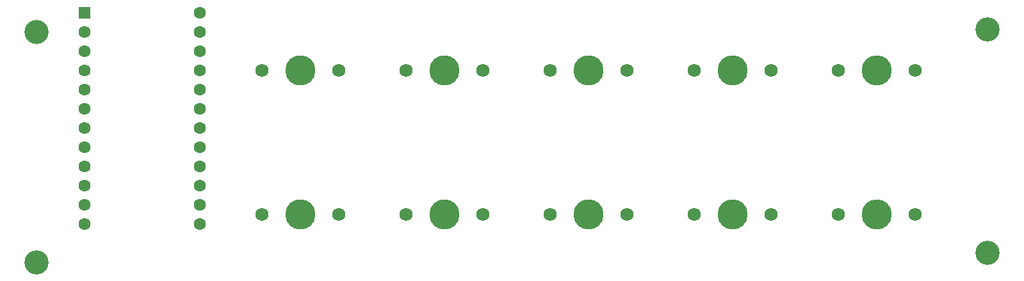
<source format=gts>
G04 #@! TF.GenerationSoftware,KiCad,Pcbnew,(5.1.10)-1*
G04 #@! TF.CreationDate,2022-01-19T18:15:33-07:00*
G04 #@! TF.ProjectId,keypad,6b657970-6164-42e6-9b69-6361645f7063,rev?*
G04 #@! TF.SameCoordinates,Original*
G04 #@! TF.FileFunction,Soldermask,Top*
G04 #@! TF.FilePolarity,Negative*
%FSLAX46Y46*%
G04 Gerber Fmt 4.6, Leading zero omitted, Abs format (unit mm)*
G04 Created by KiCad (PCBNEW (5.1.10)-1) date 2022-01-19 18:15:33*
%MOMM*%
%LPD*%
G01*
G04 APERTURE LIST*
%ADD10C,1.750000*%
%ADD11C,3.987800*%
%ADD12C,3.200000*%
%ADD13C,1.600000*%
%ADD14R,1.600000X1.600000*%
G04 APERTURE END LIST*
D10*
X132715000Y-91440000D03*
X142875000Y-91440000D03*
D11*
X137795000Y-91440000D03*
D12*
X209550000Y-115570000D03*
X209545001Y-86025001D03*
X83820000Y-116840000D03*
X83820000Y-86360000D03*
D13*
X105410000Y-83820000D03*
X105410000Y-86360000D03*
X105410000Y-88900000D03*
X105410000Y-91440000D03*
X105410000Y-93980000D03*
X105410000Y-96520000D03*
X105410000Y-99060000D03*
X105410000Y-101600000D03*
X105410000Y-104140000D03*
X105410000Y-106680000D03*
X105410000Y-109220000D03*
X105410000Y-111760000D03*
X90170000Y-111760000D03*
X90170000Y-109220000D03*
X90170000Y-106680000D03*
X90170000Y-104140000D03*
X90170000Y-101600000D03*
X90170000Y-99060000D03*
X90170000Y-96520000D03*
X90170000Y-93980000D03*
X90170000Y-91440000D03*
X90170000Y-88900000D03*
X90170000Y-86360000D03*
D14*
X90170000Y-83820000D03*
D10*
X189865000Y-110490000D03*
X200025000Y-110490000D03*
D11*
X194945000Y-110490000D03*
D10*
X189865000Y-91440000D03*
X200025000Y-91440000D03*
D11*
X194945000Y-91440000D03*
D10*
X170815000Y-110490000D03*
X180975000Y-110490000D03*
D11*
X175895000Y-110490000D03*
D10*
X170815000Y-91440000D03*
X180975000Y-91440000D03*
D11*
X175895000Y-91440000D03*
D10*
X151765000Y-110490000D03*
X161925000Y-110490000D03*
D11*
X156845000Y-110490000D03*
D10*
X151765000Y-91440000D03*
X161925000Y-91440000D03*
D11*
X156845000Y-91440000D03*
D10*
X132715000Y-110490000D03*
X142875000Y-110490000D03*
D11*
X137795000Y-110490000D03*
D10*
X113665000Y-110490000D03*
X123825000Y-110490000D03*
D11*
X118745000Y-110490000D03*
D10*
X113665000Y-91440000D03*
X123825000Y-91440000D03*
D11*
X118745000Y-91440000D03*
M02*

</source>
